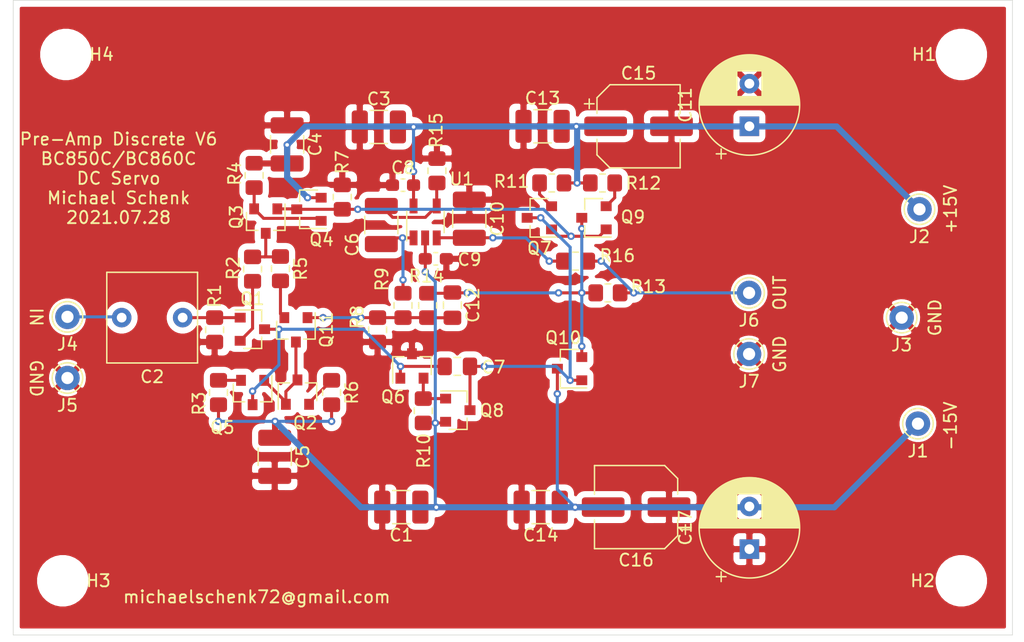
<source format=kicad_pcb>
(kicad_pcb (version 20171130) (host pcbnew "(5.1.10-0-10_14)")
  (layers (0 F.Cu signal) (31 B.Cu signal) (34 B.Paste user) (35 F.Paste user) (36 B.SilkS user) (37 F.SilkS user) (38 B.Mask user) (39 F.Mask user) (44 Edge.Cuts user))
  (net 0 "")
  (net 1 GND)
  (net 2 +15V)
  (net 3 "Net-(C2-Pad2)")
  (net 4 "Net-(C2-Pad1)")
  (net 5 -15V)
  (net 6 "Net-(C7-Pad2)")
  (net 7 "Net-(C7-Pad1)")
  (net 8 "Net-(C10-Pad2)")
  (net 9 "Net-(Q3-Pad3)")
  (net 10 "Net-(Q3-Pad2)")
  (net 11 "Net-(Q6-Pad2)")
  (net 12 "Net-(Q7-Pad2)")
  (net 13 "Net-(Q9-Pad2)")
  (net 14 "Net-(C12-Pad2)")
  (net 15 "Net-(C12-Pad1)")
  (net 16 "Net-(C6-Pad2)")
  (net 17 DCSERVO_OUT)
  (net 18 DCSERVO_IN)
  (net 19 "Net-(Q3-Pad1)")
  (net 20 "Net-(Q1-Pad2)")
  (net 21 "Net-(Q2-Pad2)")
  (net 22 "Net-(Q11-Pad3)")
  (net 23 "Net-(Q5-Pad2)")
  (net 24 "Net-(Q11-Pad2)")
  (module Capacitor_THT:CP_Radial_D8.0mm_P3.50mm (layer F.Cu) (at 182.2704 140.914 90)
    (fp_text reference C17 (at 1.75 -5.25 90) (layer F.SilkS))
    (fp_text value 220uF)
    (pad 2 thru_hole circle (at 3.5 0 90) (size 1.6 1.6) (drill 0.8) (layers *.Cu *.Mask) (net 5 -15V))
    (pad 1 thru_hole rect (at 0 0 90) (size 1.6 1.6) (drill 0.8) (layers *.Cu *.Mask) (net 1 GND))
  )
  (module Capacitor_THT:CP_Radial_D8.0mm_P3.50mm (layer F.Cu) (at 182.2704 106.2228 90)
    (fp_text reference C11 (at 1.75 -5.25 90) (layer F.SilkS))
    (fp_text value 220uF)
    (pad 2 thru_hole circle (at 3.5 0 90) (size 1.6 1.6) (drill 0.8) (layers *.Cu *.Mask) (net 1 GND))
    (pad 1 thru_hole rect (at 0 0 90) (size 1.6 1.6) (drill 0.8) (layers *.Cu *.Mask) (net 2 +15V))
  )
  (module Capacitor_SMD:CP_Elec_6.3x5.8 (layer F.Cu) (at 172.9816 137.4648 180)
    (fp_text reference C16 (at 0 -4.35) (layer F.SilkS))
    (fp_text value 10uF/25V)
    (pad 2 smd roundrect (at 2.7 0 180) (size 3.5 1.6) (layers F.Cu F.Paste F.Mask) (roundrect_rratio 0.15625) (net 5 -15V))
    (pad 1 smd roundrect (at -2.7 0 180) (size 3.5 1.6) (layers F.Cu F.Paste F.Mask) (roundrect_rratio 0.15625) (net 1 GND))
  )
  (module Capacitor_SMD:CP_Elec_6.3x5.8 (layer F.Cu) (at 173.1848 106.2228)
    (fp_text reference C15 (at 0 -4.35) (layer F.SilkS))
    (fp_text value 10uF/25V)
    (pad 2 smd roundrect (at 2.7 0) (size 3.5 1.6) (layers F.Cu F.Paste F.Mask) (roundrect_rratio 0.15625) (net 1 GND))
    (pad 1 smd roundrect (at -2.7 0) (size 3.5 1.6) (layers F.Cu F.Paste F.Mask) (roundrect_rratio 0.15625) (net 2 +15V))
  )
  (module Capacitor_SMD:C_1210_3225Metric_Pad1.33x2.70mm_HandSolder (layer F.Cu) (at 165.1631 137.4648 180)
    (fp_text reference C14 (at 0 -2.3) (layer F.SilkS))
    (fp_text value 100nF)
    (pad 2 smd roundrect (at 1.5625 0 180) (size 1.325 2.7) (layers F.Cu F.Paste F.Mask) (roundrect_rratio 0.188679) (net 1 GND))
    (pad 1 smd roundrect (at -1.5625 0 180) (size 1.325 2.7) (layers F.Cu F.Paste F.Mask) (roundrect_rratio 0.188679) (net 5 -15V))
  )
  (module Capacitor_SMD:C_1210_3225Metric_Pad1.33x2.70mm_HandSolder (layer F.Cu) (at 165.3155 106.2228)
    (fp_text reference C13 (at 0 -2.3) (layer F.SilkS))
    (fp_text value 100nF)
    (pad 2 smd roundrect (at 1.5625 0) (size 1.325 2.7) (layers F.Cu F.Paste F.Mask) (roundrect_rratio 0.188679) (net 2 +15V))
    (pad 1 smd roundrect (at -1.5625 0) (size 1.325 2.7) (layers F.Cu F.Paste F.Mask) (roundrect_rratio 0.188679) (net 1 GND))
  )
  (module Capacitor_SMD:C_1210_3225Metric_Pad1.33x2.70mm_HandSolder (layer F.Cu) (at 159.3088 113.8043 270)
    (fp_text reference C10 (at 0 -2.3 90) (layer F.SilkS))
    (fp_text value 1uF)
    (pad 2 smd roundrect (at 1.5625 0 270) (size 1.325 2.7) (layers F.Cu F.Paste F.Mask) (roundrect_rratio 0.188679) (net 8 "Net-(C10-Pad2)"))
    (pad 1 smd roundrect (at -1.5625 0 270) (size 1.325 2.7) (layers F.Cu F.Paste F.Mask) (roundrect_rratio 0.188679) (net 1 GND))
  )
  (module Capacitor_SMD:C_1210_3225Metric_Pad1.33x2.70mm_HandSolder (layer F.Cu) (at 152.0952 114.3215 90)
    (fp_text reference C6 (at -1.6041 -2.3876 90) (layer F.SilkS))
    (fp_text value 1uF)
    (pad 2 smd roundrect (at 1.5625 0 90) (size 1.325 2.7) (layers F.Cu F.Paste F.Mask) (roundrect_rratio 0.188679) (net 16 "Net-(C6-Pad2)"))
    (pad 1 smd roundrect (at -1.5625 0 90) (size 1.325 2.7) (layers F.Cu F.Paste F.Mask) (roundrect_rratio 0.188679) (net 17 DCSERVO_OUT))
  )
  (module Capacitor_SMD:C_1210_3225Metric_Pad1.33x2.70mm_HandSolder (layer F.Cu) (at 143.3576 133.3377 270)
    (fp_text reference C5 (at 0 -2.3 90) (layer F.SilkS))
    (fp_text value 100nF)
    (pad 2 smd roundrect (at 1.5625 0 270) (size 1.325 2.7) (layers F.Cu F.Paste F.Mask) (roundrect_rratio 0.188679) (net 1 GND))
    (pad 1 smd roundrect (at -1.5625 0 270) (size 1.325 2.7) (layers F.Cu F.Paste F.Mask) (roundrect_rratio 0.188679) (net 5 -15V))
  )
  (module Capacitor_SMD:C_1210_3225Metric_Pad1.33x2.70mm_HandSolder (layer F.Cu) (at 144.3736 107.7083 270)
    (fp_text reference C4 (at 0 -2.3 90) (layer F.SilkS))
    (fp_text value 100nF)
    (pad 2 smd roundrect (at 1.5625 0 270) (size 1.325 2.7) (layers F.Cu F.Paste F.Mask) (roundrect_rratio 0.188679) (net 2 +15V))
    (pad 1 smd roundrect (at -1.5625 0 270) (size 1.325 2.7) (layers F.Cu F.Paste F.Mask) (roundrect_rratio 0.188679) (net 1 GND))
  )
  (module Capacitor_SMD:C_1210_3225Metric_Pad1.33x2.70mm_HandSolder (layer F.Cu) (at 151.892 106.2736)
    (fp_text reference C3 (at 0 -2.3) (layer F.SilkS))
    (fp_text value 100nF)
    (pad 2 smd roundrect (at 1.5625 0) (size 1.325 2.7) (layers F.Cu F.Paste F.Mask) (roundrect_rratio 0.188679) (net 2 +15V))
    (pad 1 smd roundrect (at -1.5625 0) (size 1.325 2.7) (layers F.Cu F.Paste F.Mask) (roundrect_rratio 0.188679) (net 1 GND))
  )
  (module Capacitor_SMD:C_1210_3225Metric_Pad1.33x2.70mm_HandSolder (layer F.Cu) (at 153.7331 137.4648 180)
    (fp_text reference C1 (at 0 -2.3) (layer F.SilkS))
    (fp_text value 100nF)
    (pad 2 smd roundrect (at 1.5625 0 180) (size 1.325 2.7) (layers F.Cu F.Paste F.Mask) (roundrect_rratio 0.188679) (net 1 GND))
    (pad 1 smd roundrect (at -1.5625 0 180) (size 1.325 2.7) (layers F.Cu F.Paste F.Mask) (roundrect_rratio 0.188679) (net 5 -15V))
  )
  (module Package_TO_SOT_SMD:SOT-23 (layer F.Cu) (at 145.095 122.92 270)
    (fp_text reference Q11 (at 0 -2.5 90) (layer F.SilkS))
    (fp_text value BC860C)
    (pad 3 smd rect (at 1 0 270) (size 0.9 0.8) (layers F.Cu F.Paste F.Mask) (net 22 "Net-(Q11-Pad3)"))
    (pad 2 smd rect (at -1 0.95 270) (size 0.9 0.8) (layers F.Cu F.Paste F.Mask) (net 24 "Net-(Q11-Pad2)"))
    (pad 1 smd rect (at -1 -0.95 270) (size 0.9 0.8) (layers F.Cu F.Paste F.Mask) (net 14 "Net-(C12-Pad2)"))
  )
  (module Package_TO_SOT_SMD:SOT-23 (layer F.Cu) (at 145.222 128.032 90)
    (fp_text reference Q5 (at -2.905 -6.157 180) (layer F.SilkS))
    (fp_text value BC850C)
    (pad 3 smd rect (at 1 0 90) (size 0.9 0.8) (layers F.Cu F.Paste F.Mask) (net 22 "Net-(Q11-Pad3)"))
    (pad 2 smd rect (at -1 0.95 90) (size 0.9 0.8) (layers F.Cu F.Paste F.Mask) (net 23 "Net-(Q5-Pad2)"))
    (pad 1 smd rect (at -1 -0.95 90) (size 0.9 0.8) (layers F.Cu F.Paste F.Mask) (net 22 "Net-(Q11-Pad3)"))
  )
  (module Package_TO_SOT_SMD:SOT-23 (layer F.Cu) (at 141.544 128.0635 270)
    (fp_text reference Q2 (at 2.4925 -4.3155 180) (layer F.SilkS))
    (fp_text value BC850C)
    (pad 3 smd rect (at 1 0 270) (size 0.9 0.8) (layers F.Cu F.Paste F.Mask) (net 6 "Net-(C7-Pad2)"))
    (pad 2 smd rect (at -1 0.95 270) (size 0.9 0.8) (layers F.Cu F.Paste F.Mask) (net 21 "Net-(Q2-Pad2)"))
    (pad 1 smd rect (at -1 -0.95 270) (size 0.9 0.8) (layers F.Cu F.Paste F.Mask) (net 22 "Net-(Q11-Pad3)"))
  )
  (module Package_TO_SOT_SMD:SOT-23 (layer F.Cu) (at 141.5255 122.87)
    (fp_text reference Q1 (at 0 -2.5) (layer F.SilkS))
    (fp_text value BC860C)
    (pad 3 smd rect (at 1 0) (size 0.9 0.8) (layers F.Cu F.Paste F.Mask) (net 6 "Net-(C7-Pad2)"))
    (pad 2 smd rect (at -1 0.95) (size 0.9 0.8) (layers F.Cu F.Paste F.Mask) (net 20 "Net-(Q1-Pad2)"))
    (pad 1 smd rect (at -1 -0.95) (size 0.9 0.8) (layers F.Cu F.Paste F.Mask) (net 4 "Net-(C2-Pad1)"))
  )
  (module Package_TO_SOT_SMD:TSOT-23-5 (layer F.Cu) (at 155.6868 114.0695 90)
    (fp_text reference U1 (at 3.5287 3.0124 180) (layer F.SilkS))
    (fp_text value OPA188xxDBV)
    (pad 5 smd rect (at 1.31 -0.95 90) (size 1.22 0.65) (layers F.Cu F.Paste F.Mask) (net 2 +15V))
    (pad 4 smd rect (at 1.31 0.95 90) (size 1.22 0.65) (layers F.Cu F.Paste F.Mask) (net 16 "Net-(C6-Pad2)"))
    (pad 3 smd rect (at -1.31 0.95 90) (size 1.22 0.65) (layers F.Cu F.Paste F.Mask) (net 8 "Net-(C10-Pad2)"))
    (pad 2 smd rect (at -1.31 0 90) (size 1.22 0.65) (layers F.Cu F.Paste F.Mask) (net 5 -15V))
    (pad 1 smd rect (at -1.31 -0.95 90) (size 1.22 0.65) (layers F.Cu F.Paste F.Mask) (net 17 DCSERVO_OUT))
  )
  (module Resistor_SMD:R_0805_2012Metric_Pad1.20x1.40mm_HandSolder (layer F.Cu) (at 168.021 117.2845 180)
    (fp_text reference R16 (at -3.429 0.4445) (layer F.SilkS))
    (fp_text value 100k)
    (pad 2 smd roundrect (at 1 0 180) (size 1.2 1.4) (layers F.Cu F.Paste F.Mask) (roundrect_rratio 0.208333) (net 8 "Net-(C10-Pad2)"))
    (pad 1 smd roundrect (at -1 0 180) (size 1.2 1.4) (layers F.Cu F.Paste F.Mask) (roundrect_rratio 0.208333) (net 18 DCSERVO_IN))
  )
  (module Resistor_SMD:R_0805_2012Metric_Pad1.20x1.40mm_HandSolder (layer F.Cu) (at 156.6545 109.871 90)
    (fp_text reference R15 (at 3.318 -0.0635 90) (layer F.SilkS))
    (fp_text value 100k)
    (pad 2 smd roundrect (at 1 0 90) (size 1.2 1.4) (layers F.Cu F.Paste F.Mask) (roundrect_rratio 0.208333) (net 1 GND))
    (pad 1 smd roundrect (at -1 0 90) (size 1.2 1.4) (layers F.Cu F.Paste F.Mask) (roundrect_rratio 0.208333) (net 16 "Net-(C6-Pad2)"))
  )
  (module Resistor_SMD:R_0805_2012Metric_Pad1.20x1.40mm_HandSolder (layer F.Cu) (at 153.8732 120.92 270)
    (fp_text reference R14 (at -2.4036 -1.9304 180) (layer F.SilkS))
    (fp_text value 10k)
    (pad 2 smd roundrect (at 1 0 270) (size 1.2 1.4) (layers F.Cu F.Paste F.Mask) (roundrect_rratio 0.208333) (net 14 "Net-(C12-Pad2)"))
    (pad 1 smd roundrect (at -1 0 270) (size 1.2 1.4) (layers F.Cu F.Paste F.Mask) (roundrect_rratio 0.208333) (net 17 DCSERVO_OUT))
  )
  (module Resistor_SMD:R_0805_2012Metric_Pad1.20x1.40mm_HandSolder (layer F.Cu) (at 148.8948 112.03 90)
    (fp_text reference R7 (at 2.8608 0 90) (layer F.SilkS))
    (fp_text value 10k)
    (pad 2 smd roundrect (at 1 0 90) (size 1.2 1.4) (layers F.Cu F.Paste F.Mask) (roundrect_rratio 0.208333) (net 1 GND))
    (pad 1 smd roundrect (at -1 0 90) (size 1.2 1.4) (layers F.Cu F.Paste F.Mask) (roundrect_rratio 0.208333) (net 19 "Net-(Q3-Pad1)"))
  )
  (module Resistor_SMD:R_0805_2012Metric_Pad1.20x1.40mm_HandSolder (layer F.Cu) (at 141.6685 110.252 270)
    (fp_text reference R4 (at -0.143 1.5875 90) (layer F.SilkS))
    (fp_text value 150R)
    (pad 2 smd roundrect (at 1 0 270) (size 1.2 1.4) (layers F.Cu F.Paste F.Mask) (roundrect_rratio 0.208333) (net 10 "Net-(Q3-Pad2)"))
    (pad 1 smd roundrect (at -1 0 270) (size 1.2 1.4) (layers F.Cu F.Paste F.Mask) (roundrect_rratio 0.208333) (net 2 +15V))
  )
  (module Package_TO_SOT_SMD:SOT-23 (layer F.Cu) (at 146.161 113.03 180)
    (fp_text reference Q4 (at -1.032 -2.5) (layer F.SilkS))
    (fp_text value BC860C)
    (pad 3 smd rect (at 1 0 180) (size 0.9 0.8) (layers F.Cu F.Paste F.Mask) (net 19 "Net-(Q3-Pad1)"))
    (pad 2 smd rect (at -1 0.95 180) (size 0.9 0.8) (layers F.Cu F.Paste F.Mask) (net 2 +15V))
    (pad 1 smd rect (at -1 -0.95 180) (size 0.9 0.8) (layers F.Cu F.Paste F.Mask) (net 10 "Net-(Q3-Pad2)"))
  )
  (module Package_TO_SOT_SMD:SOT-23 (layer F.Cu) (at 142.621 113.9985 270)
    (fp_text reference Q3 (at -0.3335 2.413 90) (layer F.SilkS))
    (fp_text value BC860C)
    (pad 3 smd rect (at 1 0 270) (size 0.9 0.8) (layers F.Cu F.Paste F.Mask) (net 9 "Net-(Q3-Pad3)"))
    (pad 2 smd rect (at -1 0.95 270) (size 0.9 0.8) (layers F.Cu F.Paste F.Mask) (net 10 "Net-(Q3-Pad2)"))
    (pad 1 smd rect (at -1 -0.95 270) (size 0.9 0.8) (layers F.Cu F.Paste F.Mask) (net 19 "Net-(Q3-Pad1)"))
  )
  (module Connector_Pin:Pin_D1.0mm_L10.0mm (layer F.Cu) (at 194.7545 121.92)
    (fp_text reference J3 (at 0 2.25) (layer F.SilkS))
    (fp_text value Conn_01x01)
    (pad 1 thru_hole circle (at 0 0) (size 2 2) (drill 1) (layers *.Cu *.Mask) (net 1 GND))
  )
  (module Connector_Pin:Pin_D1.0mm_L10.0mm (layer F.Cu) (at 196.215 113.03)
    (fp_text reference J2 (at 0 2.25) (layer F.SilkS))
    (fp_text value Conn_01x01)
    (pad 1 thru_hole circle (at 0 0) (size 2 2) (drill 1) (layers *.Cu *.Mask) (net 2 +15V))
  )
  (module Connector_Pin:Pin_D1.0mm_L10.0mm (layer F.Cu) (at 196.088 130.6195)
    (fp_text reference J1 (at 0 2.25) (layer F.SilkS))
    (fp_text value Conn_01x01)
    (pad 1 thru_hole circle (at 0 0) (size 2 2) (drill 1) (layers *.Cu *.Mask) (net 5 -15V))
  )
  (module Capacitor_SMD:C_0603_1608Metric_Pad1.08x0.95mm_HandSolder (layer F.Cu) (at 156.5645 117.094 180)
    (fp_text reference C9 (at -2.7675 -0.0635) (layer F.SilkS))
    (fp_text value 100nF)
    (pad 2 smd roundrect (at 0.8625 0 180) (size 1.075 0.95) (layers F.Cu F.Paste F.Mask) (net 5 -15V))
    (pad 1 smd roundrect (at -0.8625 0 180) (size 1.075 0.95) (layers F.Cu F.Paste F.Mask) (net 1 GND))
  )
  (module Capacitor_SMD:C_0603_1608Metric_Pad1.08x0.95mm_HandSolder (layer F.Cu) (at 153.8743 111.0488)
    (fp_text reference C8 (at 0 -1.43) (layer F.SilkS))
    (fp_text value 100nF)
    (pad 2 smd roundrect (at 0.8625 0) (size 1.075 0.95) (layers F.Cu F.Paste F.Mask) (net 2 +15V))
    (pad 1 smd roundrect (at -0.8625 0) (size 1.075 0.95) (layers F.Cu F.Paste F.Mask) (net 1 GND))
  )
  (module Connector_Pin:Pin_D1.0mm_L10.0mm (layer F.Cu) (at 182.245 124.9045)
    (fp_text reference J7 (at 0 2.25) (layer F.SilkS))
    (fp_text value Conn_01x01)
    (pad 1 thru_hole circle (at 0 0) (size 2 2) (drill 1) (layers *.Cu *.Mask) (net 1 GND))
  )
  (module Connector_Pin:Pin_D1.0mm_L10.0mm (layer F.Cu) (at 182.245 119.888)
    (fp_text reference J6 (at 0 2.25) (layer F.SilkS))
    (fp_text value Conn_01x01)
    (pad 1 thru_hole circle (at 0 0) (size 2 2) (drill 1) (layers *.Cu *.Mask) (net 18 DCSERVO_IN))
  )
  (module Connector_Pin:Pin_D1.0mm_L10.0mm (layer F.Cu) (at 126.365 126.873)
    (fp_text reference J5 (at 0 2.25) (layer F.SilkS))
    (fp_text value Conn_01x01)
    (pad 1 thru_hole circle (at 0 0) (size 2 2) (drill 1) (layers *.Cu *.Mask) (net 1 GND))
  )
  (module Connector_Pin:Pin_D1.0mm_L10.0mm (layer F.Cu) (at 126.365 121.8565)
    (fp_text reference J4 (at 0 2.25) (layer F.SilkS))
    (fp_text value Conn_01x01)
    (pad 1 thru_hole circle (at 0 0) (size 2 2) (drill 1) (layers *.Cu *.Mask) (net 3 "Net-(C2-Pad2)"))
  )
  (module Package_TO_SOT_SMD:SOT-23 (layer F.Cu) (at 167.529 126.1085 180)
    (fp_text reference Q10 (at 0.524 2.5375) (layer F.SilkS))
    (fp_text value BC860C)
    (pad 3 smd rect (at 1 0 180) (size 0.9 0.8) (layers F.Cu F.Paste F.Mask) (net 5 -15V))
    (pad 2 smd rect (at -1 0.95 180) (size 0.9 0.8) (layers F.Cu F.Paste F.Mask) (net 15 "Net-(C12-Pad1)"))
    (pad 1 smd rect (at -1 -0.95 180) (size 0.9 0.8) (layers F.Cu F.Paste F.Mask) (net 7 "Net-(C7-Pad1)"))
  )
  (module Capacitor_SMD:C_0805_2012Metric_Pad1.18x1.45mm_HandSolder (layer F.Cu) (at 158.327 125.9205 180)
    (fp_text reference C7 (at -2.963 -0.0635) (layer F.SilkS))
    (fp_text value 270pF)
    (pad 2 smd roundrect (at 1.0375 0 180) (size 1.175 1.45) (layers F.Cu F.Paste F.Mask) (roundrect_rratio 0.2127659574468085) (net 6 "Net-(C7-Pad2)"))
    (pad 1 smd roundrect (at -1.0375 0 180) (size 1.175 1.45) (layers F.Cu F.Paste F.Mask) (roundrect_rratio 0.2127659574468085) (net 7 "Net-(C7-Pad1)"))
  )
  (module Capacitor_SMD:C_0805_2012Metric_Pad1.18x1.45mm_HandSolder (layer F.Cu) (at 157.9245 120.8952 270)
    (fp_text reference C12 (at 0 -1.68 90) (layer F.SilkS))
    (fp_text value 4.7pF)
    (pad 2 smd roundrect (at 1.0375 0 270) (size 1.175 1.45) (layers F.Cu F.Paste F.Mask) (roundrect_rratio 0.2127659574468085) (net 14 "Net-(C12-Pad2)"))
    (pad 1 smd roundrect (at -1.0375 0 270) (size 1.175 1.45) (layers F.Cu F.Paste F.Mask) (roundrect_rratio 0.2127659574468085) (net 15 "Net-(C12-Pad1)"))
  )
  (module Package_TO_SOT_SMD:SOT-23 (layer F.Cu) (at 169.529 113.7285 180)
    (fp_text reference Q9 (at -3.191 0.0635) (layer F.SilkS))
    (fp_text value BC860C)
    (pad 1 smd rect (at -1 -0.95 180) (size 0.9 0.8) (layers F.Cu F.Paste F.Mask) (net 19 "Net-(Q3-Pad1)"))
    (pad 2 smd rect (at -1 0.95 180) (size 0.9 0.8) (layers F.Cu F.Paste F.Mask) (net 13 "Net-(Q9-Pad2)"))
    (pad 3 smd rect (at 1 0 180) (size 0.9 0.8) (layers F.Cu F.Paste F.Mask) (net 15 "Net-(C12-Pad1)"))
  )
  (module Resistor_SMD:R_0805_2012Metric_Pad1.20x1.40mm_HandSolder (layer F.Cu) (at 138.43 122.92 270)
    (fp_text reference R1 (at -2.778 0 90) (layer F.SilkS))
    (fp_text value 10k)
    (pad 2 smd roundrect (at 1 0 270) (size 1.2 1.4) (layers F.Cu F.Paste F.Mask) (roundrect_rratio 0.2083325) (net 1 GND))
    (pad 1 smd roundrect (at -1 0 270) (size 1.2 1.4) (layers F.Cu F.Paste F.Mask) (roundrect_rratio 0.2083325) (net 4 "Net-(C2-Pad1)"))
  )
  (module Resistor_SMD:R_0805_2012Metric_Pad1.20x1.40mm_HandSolder (layer F.Cu) (at 170.672 119.888 180)
    (fp_text reference R13 (at -3.318 0.508) (layer F.SilkS))
    (fp_text value 47R)
    (pad 2 smd roundrect (at 1 0 180) (size 1.2 1.4) (layers F.Cu F.Paste F.Mask) (roundrect_rratio 0.2083325) (net 15 "Net-(C12-Pad1)"))
    (pad 1 smd roundrect (at -1 0 180) (size 1.2 1.4) (layers F.Cu F.Paste F.Mask) (roundrect_rratio 0.2083325) (net 18 DCSERVO_IN))
  )
  (module Resistor_SMD:R_0805_2012Metric_Pad1.20x1.40mm_HandSolder (layer F.Cu) (at 170.2275 110.871)
    (fp_text reference R12 (at 3.3561 0.0254) (layer F.SilkS))
    (fp_text value 100R)
    (pad 2 smd roundrect (at 1 0) (size 1.2 1.4) (layers F.Cu F.Paste F.Mask) (roundrect_rratio 0.2083325) (net 13 "Net-(Q9-Pad2)"))
    (pad 1 smd roundrect (at -1 0) (size 1.2 1.4) (layers F.Cu F.Paste F.Mask) (roundrect_rratio 0.2083325) (net 2 +15V))
  )
  (module Resistor_SMD:R_0805_2012Metric_Pad1.20x1.40mm_HandSolder (layer F.Cu) (at 166.0685 110.871 180)
    (fp_text reference R11 (at 3.3053 0.127) (layer F.SilkS))
    (fp_text value 100R)
    (pad 2 smd roundrect (at 1 0 180) (size 1.2 1.4) (layers F.Cu F.Paste F.Mask) (roundrect_rratio 0.2083325) (net 12 "Net-(Q7-Pad2)"))
    (pad 1 smd roundrect (at -1 0 180) (size 1.2 1.4) (layers F.Cu F.Paste F.Mask) (roundrect_rratio 0.2083325) (net 2 +15V))
  )
  (module Resistor_SMD:R_0805_2012Metric_Pad1.20x1.40mm_HandSolder (layer F.Cu) (at 155.5369 129.5621 270)
    (fp_text reference R10 (at 3.2799 -0.0381 90) (layer F.SilkS))
    (fp_text value 2k2)
    (pad 2 smd roundrect (at 1 0 270) (size 1.2 1.4) (layers F.Cu F.Paste F.Mask) (roundrect_rratio 0.2083325) (net 5 -15V))
    (pad 1 smd roundrect (at -1 0 270) (size 1.2 1.4) (layers F.Cu F.Paste F.Mask) (roundrect_rratio 0.2083325) (net 11 "Net-(Q6-Pad2)"))
  )
  (module Resistor_SMD:R_0805_2012Metric_Pad1.20x1.40mm_HandSolder (layer F.Cu) (at 155.8925 120.92 270)
    (fp_text reference R9 (at -2.1496 3.7465 90) (layer F.SilkS))
    (fp_text value 10k)
    (pad 2 smd roundrect (at 1 0 270) (size 1.2 1.4) (layers F.Cu F.Paste F.Mask) (roundrect_rratio 0.2083325) (net 14 "Net-(C12-Pad2)"))
    (pad 1 smd roundrect (at -1 0 270) (size 1.2 1.4) (layers F.Cu F.Paste F.Mask) (roundrect_rratio 0.2083325) (net 15 "Net-(C12-Pad1)"))
  )
  (module Resistor_SMD:R_0805_2012Metric_Pad1.20x1.40mm_HandSolder (layer F.Cu) (at 151.7904 122.92 270)
    (fp_text reference R8 (at -1.0508 1.6764 90) (layer F.SilkS))
    (fp_text value 10k)
    (pad 2 smd roundrect (at 1 0 270) (size 1.2 1.4) (layers F.Cu F.Paste F.Mask) (roundrect_rratio 0.2083325) (net 1 GND))
    (pad 1 smd roundrect (at -1 0 270) (size 1.2 1.4) (layers F.Cu F.Paste F.Mask) (roundrect_rratio 0.2083325) (net 14 "Net-(C12-Pad2)"))
  )
  (module Resistor_SMD:R_0805_2012Metric_Pad1.20x1.40mm_HandSolder (layer F.Cu) (at 148.0185 128.0635 270)
    (fp_text reference R6 (at 0 -1.65 90) (layer F.SilkS))
    (fp_text value 68)
    (pad 2 smd roundrect (at 1 0 270) (size 1.2 1.4) (layers F.Cu F.Paste F.Mask) (roundrect_rratio 0.2083325) (net 5 -15V))
    (pad 1 smd roundrect (at -1 0 270) (size 1.2 1.4) (layers F.Cu F.Paste F.Mask) (roundrect_rratio 0.2083325) (net 23 "Net-(Q5-Pad2)"))
  )
  (module Resistor_SMD:R_0805_2012Metric_Pad1.20x1.40mm_HandSolder (layer F.Cu) (at 143.8275 117.9035 270)
    (fp_text reference R5 (at 0 -1.65 90) (layer F.SilkS))
    (fp_text value 100R)
    (pad 2 smd roundrect (at 1 0 270) (size 1.2 1.4) (layers F.Cu F.Paste F.Mask) (roundrect_rratio 0.2083325) (net 24 "Net-(Q11-Pad2)"))
    (pad 1 smd roundrect (at -1 0 270) (size 1.2 1.4) (layers F.Cu F.Paste F.Mask) (roundrect_rratio 0.2083325) (net 9 "Net-(Q3-Pad3)"))
  )
  (module Resistor_SMD:R_0805_2012Metric_Pad1.20x1.40mm_HandSolder (layer F.Cu) (at 138.7475 128.0635 270)
    (fp_text reference R3 (at 0.905 1.5875 90) (layer F.SilkS))
    (fp_text value 68)
    (pad 2 smd roundrect (at 1 0 270) (size 1.2 1.4) (layers F.Cu F.Paste F.Mask) (roundrect_rratio 0.2083325) (net 5 -15V))
    (pad 1 smd roundrect (at -1 0 270) (size 1.2 1.4) (layers F.Cu F.Paste F.Mask) (roundrect_rratio 0.2083325) (net 21 "Net-(Q2-Pad2)"))
  )
  (module Resistor_SMD:R_0805_2012Metric_Pad1.20x1.40mm_HandSolder (layer F.Cu) (at 141.5415 117.9355 270)
    (fp_text reference R2 (at -0.0795 1.5875 90) (layer F.SilkS))
    (fp_text value 100R)
    (pad 2 smd roundrect (at 1 0 270) (size 1.2 1.4) (layers F.Cu F.Paste F.Mask) (roundrect_rratio 0.2083325) (net 20 "Net-(Q1-Pad2)"))
    (pad 1 smd roundrect (at -1 0 270) (size 1.2 1.4) (layers F.Cu F.Paste F.Mask) (roundrect_rratio 0.2083325) (net 9 "Net-(Q3-Pad3)"))
  )
  (module Package_TO_SOT_SMD:SOT-23 (layer F.Cu) (at 158.3657 129.5121)
    (fp_text reference Q8 (at 2.7973 0.0279) (layer F.SilkS))
    (fp_text value BC850C)
    (pad 3 smd rect (at 1 0) (size 0.9 0.8) (layers F.Cu F.Paste F.Mask) (net 7 "Net-(C7-Pad1)"))
    (pad 2 smd rect (at -1 0.95) (size 0.9 0.8) (layers F.Cu F.Paste F.Mask) (net 5 -15V))
    (pad 1 smd rect (at -1 -0.95) (size 0.9 0.8) (layers F.Cu F.Paste F.Mask) (net 11 "Net-(Q6-Pad2)"))
  )
  (module Package_TO_SOT_SMD:SOT-23 (layer F.Cu) (at 165.0525 113.731 180)
    (fp_text reference Q7 (at 0 -2.5) (layer F.SilkS))
    (fp_text value BC860C)
    (pad 3 smd rect (at 1 0 180) (size 0.9 0.8) (layers F.Cu F.Paste F.Mask) (net 7 "Net-(C7-Pad1)"))
    (pad 2 smd rect (at -1 0.95 180) (size 0.9 0.8) (layers F.Cu F.Paste F.Mask) (net 12 "Net-(Q7-Pad2)"))
    (pad 1 smd rect (at -1 -0.95 180) (size 0.9 0.8) (layers F.Cu F.Paste F.Mask) (net 19 "Net-(Q3-Pad1)"))
  )
  (module Package_TO_SOT_SMD:SOT-23 (layer F.Cu) (at 154.6073 125.8857 90)
    (fp_text reference Q6 (at -2.5367 -1.5469 180) (layer F.SilkS))
    (fp_text value BC850C)
    (pad 3 smd rect (at 1 0 90) (size 0.9 0.8) (layers F.Cu F.Paste F.Mask) (net 1 GND))
    (pad 2 smd rect (at -1 0.95 90) (size 0.9 0.8) (layers F.Cu F.Paste F.Mask) (net 11 "Net-(Q6-Pad2)"))
    (pad 1 smd rect (at -1 -0.95 90) (size 0.9 0.8) (layers F.Cu F.Paste F.Mask) (net 6 "Net-(C7-Pad2)"))
  )
  (module MountingHole:MountingHole_3.2mm_M3 (layer F.Cu) (at 126.238 100.33)
    (fp_text reference H4 (at 2.921 0) (layer F.SilkS))
    (fp_text value MountingHole)
    (pad 1 np_thru_hole circle (at 0 0) (size 3.2 3.2) (drill 3.2) (layers *.Cu *.Mask))
  )
  (module MountingHole:MountingHole_3.2mm_M3 (layer F.Cu) (at 125.984 143.51)
    (fp_text reference H3 (at 2.921 0) (layer F.SilkS))
    (fp_text value MountingHole)
    (pad 1 np_thru_hole circle (at 0 0) (size 3.2 3.2) (drill 3.2) (layers *.Cu *.Mask))
  )
  (module MountingHole:MountingHole_3.2mm_M3 (layer F.Cu) (at 199.644 143.51)
    (fp_text reference H2 (at -3.175 0) (layer F.SilkS))
    (fp_text value MountingHole)
    (pad 1 np_thru_hole circle (at 0 0) (size 3.2 3.2) (drill 3.2) (layers *.Cu *.Mask))
  )
  (module MountingHole:MountingHole_3.2mm_M3 (layer F.Cu) (at 199.644 100.33)
    (fp_text reference H1 (at -3.048 0) (layer F.SilkS))
    (fp_text value MountingHole)
    (pad 1 np_thru_hole circle (at 0 0) (size 3.2 3.2) (drill 3.2) (layers *.Cu *.Mask))
  )
  (module Capacitor_THT:C_Rect_L7.2mm_W7.2mm_P5.00mm_FKS2_FKP2_MKS2_MKP2 (layer F.Cu) (at 135.81 121.92 180)
    (fp_text reference C2 (at 2.5 -4.85) (layer F.SilkS))
    (fp_text value 2.2uF)
    (pad 2 thru_hole circle (at 5 0 180) (size 1.6 1.6) (drill 0.8) (layers *.Cu *.Mask) (net 3 "Net-(C2-Pad2)"))
    (pad 1 thru_hole circle (at 0 0 180) (size 1.6 1.6) (drill 0.8) (layers *.Cu *.Mask) (net 4 "Net-(C2-Pad1)"))
  )
  (gr_text GND (at 197.485 121.92 90) (layer F.SilkS) (effects (font (size 1 1))))
  (gr_text michaelschenk72@gmail.com (at 141.8844 144.8308) (layer F.SilkS) (effects (font (size 1 1))))
  (gr_text "Pre-Amp Discrete V6\nBC850C/BC860C\nDC Servo\nMichael Schenk\n2021.07.28" (at 130.556 110.49) (layer F.SilkS) (effects (font (size 1 1))))
  (gr_line (start 203.835 95.885) (end 121.92 95.885) (layer Edge.Cuts) (width 0.05))
  (gr_line (start 203.835 147.955) (end 203.835 95.885) (layer Edge.Cuts) (width 0.05))
  (gr_line (start 121.92 147.955) (end 203.835 147.955) (layer Edge.Cuts) (width 0.05))
  (gr_line (start 121.92 96.52) (end 121.92 147.955) (layer Edge.Cuts) (width 0.05))
  (gr_line (start 121.92 95.885) (end 121.92 96.52) (layer Edge.Cuts) (width 0.05))
  (gr_text GND (at 184.7596 124.9172 90) (layer F.SilkS) (effects (font (size 1 1))))
  (gr_text OUT (at 184.7596 119.888 90) (layer F.SilkS) (effects (font (size 1 1))))
  (gr_text GND (at 123.7996 126.8984 270) (layer F.SilkS) (effects (font (size 1 1))))
  (gr_text IN (at 123.7996 121.8692 270) (layer F.SilkS) (effects (font (size 1 1))))
  (gr_text -15V (at 198.755 130.81 90) (layer F.SilkS) (effects (font (size 1 1))))
  (gr_text +15V (at 198.755 113.03 90) (layer F.SilkS) (effects (font (size 1 1))))
  (via (at 146.05 112.0775) (size 0.6) (drill 0.3) (layers F.Cu B.Cu) (net 2))
  (segment (start 146.0525 112.08) (end 146.05 112.0775) (width 0.25) (layer F.Cu) (net 2))
  (segment (start 147.161 112.08) (end 146.0525 112.08) (width 0.25) (layer F.Cu) (net 2))
  (segment (start 189.4205 106.2355) (end 196.215 113.03) (width 0.5) (layer B.Cu) (net 2))
  (segment (start 174.4345 106.2355) (end 189.4205 106.2355) (width 0.5) (layer B.Cu) (net 2))
  (segment (start 141.7 109.2835) (end 141.6685 109.252) (width 0.25) (layer F.Cu) (net 2))
  (segment (start 167.0685 110.871) (end 168.148 110.871) (width 0.25) (layer F.Cu) (net 2))
  (segment (start 168.148 110.871) (end 169.2275 110.871) (width 0.25) (layer F.Cu) (net 2))
  (via (at 168.148 110.871) (size 0.6) (drill 0.3) (layers F.Cu B.Cu) (net 2))
  (segment (start 174.4345 106.2355) (end 168.2369 106.2355) (width 0.5) (layer B.Cu) (net 2))
  (segment (start 168.2369 106.2355) (end 168.0845 106.2355) (width 0.5) (layer B.Cu) (net 2))
  (segment (start 168.148 106.3244) (end 168.2369 106.2355) (width 0.5) (layer B.Cu) (net 2))
  (segment (start 168.148 110.871) (end 168.148 106.3244) (width 0.5) (layer B.Cu) (net 2))
  (via (at 168.0845 106.2355) (size 0.6) (drill 0.3) (layers F.Cu B.Cu) (net 2))
  (segment (start 170.4721 106.2355) (end 170.4848 106.2228) (width 0.5) (layer F.Cu) (net 2))
  (segment (start 168.0845 106.2355) (end 170.4721 106.2355) (width 0.5) (layer F.Cu) (net 2))
  (segment (start 166.8907 106.2355) (end 166.878 106.2228) (width 0.5) (layer F.Cu) (net 2))
  (segment (start 168.0845 106.2355) (end 166.8907 106.2355) (width 0.5) (layer F.Cu) (net 2))
  (segment (start 141.6873 109.2708) (end 141.6685 109.252) (width 0.5) (layer F.Cu) (net 2))
  (segment (start 144.3736 109.2708) (end 141.6873 109.2708) (width 0.5) (layer F.Cu) (net 2))
  (via (at 144.3736 107.7468) (size 0.6) (drill 0.3) (layers F.Cu B.Cu) (net 2))
  (segment (start 144.3736 109.2708) (end 144.3736 107.7468) (width 0.5) (layer F.Cu) (net 2))
  (segment (start 144.3736 110.4011) (end 146.05 112.0775) (width 0.5) (layer B.Cu) (net 2))
  (segment (start 144.3736 107.7468) (end 144.3736 110.4011) (width 0.5) (layer B.Cu) (net 2))
  (segment (start 145.8849 106.2355) (end 144.3736 107.7468) (width 0.5) (layer B.Cu) (net 2))
  (segment (start 154.7368 112.7595) (end 154.7368 111.0488) (width 0.25) (layer F.Cu) (net 2))
  (via (at 154.7368 109.9312) (size 0.6) (drill 0.3) (layers F.Cu B.Cu) (net 2))
  (segment (start 154.7368 111.0488) (end 154.7368 109.9312) (width 0.25) (layer F.Cu) (net 2))
  (segment (start 154.7368 106.2482) (end 154.7495 106.2355) (width 0.25) (layer B.Cu) (net 2))
  (segment (start 154.7368 109.9312) (end 154.7368 106.2736) (width 0.25) (layer B.Cu) (net 2))
  (segment (start 154.7495 106.2355) (end 145.8849 106.2355) (width 0.5) (layer B.Cu) (net 2))
  (segment (start 168.0845 106.2355) (end 154.7495 106.2355) (width 0.5) (layer B.Cu) (net 2))
  (segment (start 154.7368 106.2736) (end 154.7368 106.2482) (width 0.25) (layer B.Cu) (net 2))
  (via (at 154.7368 106.2736) (size 0.6) (drill 0.3) (layers F.Cu B.Cu) (net 2))
  (segment (start 153.4545 106.2736) (end 154.7368 106.2736) (width 0.5) (layer F.Cu) (net 2))
  (segment (start 130.7465 121.8565) (end 130.81 121.92) (width 0.25) (layer B.Cu) (net 3))
  (segment (start 126.365 121.8565) (end 130.7465 121.8565) (width 0.25) (layer B.Cu) (net 3))
  (segment (start 135.81 121.92) (end 138.43 121.92) (width 0.25) (layer F.Cu) (net 4))
  (segment (start 140.5255 121.92) (end 138.43 121.92) (width 0.25) (layer F.Cu) (net 4))
  (segment (start 157.2657 130.5621) (end 157.3657 130.4621) (width 0.25) (layer F.Cu) (net 5))
  (segment (start 155.5369 130.5621) (end 156.5214 130.5621) (width 0.25) (layer F.Cu) (net 5))
  (segment (start 156.5214 130.5621) (end 157.2657 130.5621) (width 0.25) (layer F.Cu) (net 5))
  (via (at 156.5214 130.5621) (size 0.6) (drill 0.3) (layers F.Cu B.Cu) (net 5))
  (via (at 148.0185 130.429) (size 0.6) (drill 0.3) (layers F.Cu B.Cu) (net 5))
  (segment (start 148.0185 129.0635) (end 148.0185 130.429) (width 0.25) (layer F.Cu) (net 5))
  (via (at 138.7475 130.429) (size 0.6) (drill 0.3) (layers F.Cu B.Cu) (net 5))
  (segment (start 138.7475 130.429) (end 138.7475 129.0635) (width 0.25) (layer F.Cu) (net 5))
  (segment (start 148.0185 130.429) (end 143.383 130.429) (width 0.25) (layer B.Cu) (net 5))
  (segment (start 143.383 130.429) (end 138.7475 130.429) (width 0.25) (layer B.Cu) (net 5))
  (via (at 143.383 130.429) (size 0.6) (drill 0.3) (layers F.Cu B.Cu) (net 5))
  (segment (start 143.3195 130.4925) (end 143.383 130.429) (width 0.25) (layer F.Cu) (net 5))
  (segment (start 189.23 137.4775) (end 167.9829 137.4775) (width 0.5) (layer B.Cu) (net 5))
  (segment (start 189.23 137.4775) (end 196.088 130.6195) (width 0.5) (layer B.Cu) (net 5))
  (segment (start 155.702 115.3947) (end 155.6868 115.3795) (width 0.25) (layer F.Cu) (net 5))
  (segment (start 155.702 117.094) (end 155.702 115.3947) (width 0.25) (layer F.Cu) (net 5))
  (via (at 155.702 118.1608) (size 0.6) (drill 0.3) (layers F.Cu B.Cu) (net 5))
  (segment (start 156.5214 118.9802) (end 155.702 118.1608) (width 0.25) (layer B.Cu) (net 5))
  (segment (start 156.5214 130.5621) (end 156.5214 118.9802) (width 0.25) (layer B.Cu) (net 5))
  (segment (start 155.702 118.1608) (end 155.702 117.094) (width 0.25) (layer F.Cu) (net 5))
  (segment (start 166.7256 137.4648) (end 170.2816 137.4648) (width 0.5) (layer F.Cu) (net 5))
  (via (at 167.9829 137.4775) (size 0.6) (drill 0.3) (layers F.Cu B.Cu) (net 5))
  (via (at 166.5224 128.1684) (size 0.6) (drill 0.3) (layers F.Cu B.Cu) (net 5))
  (segment (start 166.529 128.1618) (end 166.5224 128.1684) (width 0.25) (layer F.Cu) (net 5))
  (segment (start 166.529 126.1085) (end 166.529 128.1618) (width 0.25) (layer F.Cu) (net 5))
  (segment (start 166.5224 136.017) (end 167.9829 137.4775) (width 0.25) (layer B.Cu) (net 5))
  (segment (start 166.5224 128.1684) (end 166.5224 136.017) (width 0.25) (layer B.Cu) (net 5))
  (segment (start 156.5214 130.5621) (end 156.5214 137.3952) (width 0.25) (layer B.Cu) (net 5))
  (segment (start 156.5214 137.3952) (end 156.6037 137.4775) (width 0.25) (layer B.Cu) (net 5))
  (segment (start 167.9829 137.4775) (end 156.6037 137.4775) (width 0.5) (layer B.Cu) (net 5))
  (via (at 156.6037 137.4775) (size 0.6) (drill 0.3) (layers F.Cu B.Cu) (net 5))
  (segment (start 156.591 137.4648) (end 156.6037 137.4775) (width 0.5) (layer F.Cu) (net 5))
  (segment (start 155.2956 137.4648) (end 156.591 137.4648) (width 0.5) (layer F.Cu) (net 5))
  (segment (start 143.383 131.7498) (end 143.3576 131.7752) (width 0.5) (layer F.Cu) (net 5))
  (segment (start 143.383 130.429) (end 143.383 131.7498) (width 0.5) (layer F.Cu) (net 5))
  (segment (start 150.4315 137.4775) (end 143.383 130.429) (width 0.5) (layer B.Cu) (net 5))
  (segment (start 156.6037 137.4775) (end 150.4315 137.4775) (width 0.5) (layer B.Cu) (net 5))
  (via (at 153.67 125.9205) (size 0.6) (drill 0.3) (layers F.Cu B.Cu) (net 6))
  (segment (start 153.6573 125.9332) (end 153.67 125.9205) (width 0.25) (layer F.Cu) (net 6))
  (segment (start 153.6573 126.8857) (end 153.6573 125.9332) (width 0.25) (layer F.Cu) (net 6))
  (segment (start 153.67 125.9205) (end 157.2895 125.9205) (width 0.25) (layer F.Cu) (net 6))
  (segment (start 153.67 125.9205) (end 150.622 122.8725) (width 0.25) (layer B.Cu) (net 6))
  (via (at 143.7005 122.8725) (size 0.6) (drill 0.3) (layers F.Cu B.Cu) (net 6))
  (segment (start 150.622 122.8725) (end 143.7005 122.8725) (width 0.25) (layer B.Cu) (net 6))
  (segment (start 142.528 122.8725) (end 142.5255 122.87) (width 0.25) (layer F.Cu) (net 6))
  (segment (start 143.7005 122.8725) (end 142.528 122.8725) (width 0.25) (layer F.Cu) (net 6))
  (via (at 141.5415 127.9525) (size 0.6) (drill 0.3) (layers F.Cu B.Cu) (net 6))
  (segment (start 141.544 127.955) (end 141.5415 127.9525) (width 0.25) (layer F.Cu) (net 6))
  (segment (start 141.544 129.0635) (end 141.544 127.955) (width 0.25) (layer F.Cu) (net 6))
  (segment (start 143.7005 125.7935) (end 143.7005 122.8725) (width 0.25) (layer B.Cu) (net 6))
  (segment (start 141.5415 127.9525) (end 143.7005 125.7935) (width 0.25) (layer B.Cu) (net 6))
  (segment (start 159.3657 125.9217) (end 159.3645 125.9205) (width 0.25) (layer F.Cu) (net 7))
  (segment (start 159.3657 129.5121) (end 159.3657 125.9217) (width 0.25) (layer F.Cu) (net 7))
  (via (at 167.5765 127.0635) (size 0.6) (drill 0.3) (layers F.Cu B.Cu) (net 7))
  (segment (start 167.5815 127.0585) (end 167.5765 127.0635) (width 0.25) (layer F.Cu) (net 7))
  (segment (start 168.529 127.0585) (end 167.5815 127.0585) (width 0.25) (layer F.Cu) (net 7))
  (via (at 160.528 125.9205) (size 0.6) (drill 0.3) (layers F.Cu B.Cu) (net 7))
  (segment (start 166.4335 125.9205) (end 160.528 125.9205) (width 0.25) (layer B.Cu) (net 7))
  (segment (start 167.5765 127.0635) (end 166.4335 125.9205) (width 0.25) (layer B.Cu) (net 7))
  (segment (start 160.528 125.9205) (end 159.3645 125.9205) (width 0.25) (layer F.Cu) (net 7))
  (via (at 165.1635 113.7285) (size 0.6) (drill 0.3) (layers F.Cu B.Cu) (net 7))
  (segment (start 167.5765 116.1415) (end 165.1635 113.7285) (width 0.25) (layer B.Cu) (net 7))
  (segment (start 167.5765 127.0635) (end 167.5765 116.1415) (width 0.25) (layer B.Cu) (net 7))
  (segment (start 164.055 113.7285) (end 164.0525 113.731) (width 0.25) (layer F.Cu) (net 7))
  (segment (start 165.1635 113.7285) (end 164.055 113.7285) (width 0.25) (layer F.Cu) (net 7))
  (via (at 165.862 117.2845) (size 0.6) (drill 0.3) (layers F.Cu B.Cu) (net 8))
  (segment (start 167.021 117.2845) (end 165.862 117.2845) (width 0.25) (layer F.Cu) (net 8))
  (segment (start 165.862 117.2845) (end 163.957 115.3795) (width 0.25) (layer B.Cu) (net 8))
  (via (at 161.2392 115.3668) (size 0.6) (drill 0.3) (layers F.Cu B.Cu) (net 8))
  (segment (start 161.2519 115.3795) (end 161.2392 115.3668) (width 0.25) (layer B.Cu) (net 8))
  (segment (start 163.957 115.3795) (end 161.2519 115.3795) (width 0.25) (layer B.Cu) (net 8))
  (segment (start 161.2392 115.3668) (end 159.3088 115.3668) (width 0.25) (layer F.Cu) (net 8))
  (segment (start 156.6495 115.3668) (end 156.6368 115.3795) (width 0.25) (layer F.Cu) (net 8))
  (segment (start 159.3088 115.3668) (end 156.6495 115.3668) (width 0.25) (layer F.Cu) (net 8))
  (segment (start 143.7955 116.9355) (end 143.8275 116.9035) (width 0.25) (layer F.Cu) (net 9))
  (segment (start 142.621 114.9985) (end 142.621 116.84) (width 0.25) (layer F.Cu) (net 9))
  (segment (start 142.621 116.84) (end 142.5255 116.9355) (width 0.25) (layer F.Cu) (net 9))
  (segment (start 142.5255 116.9355) (end 143.7955 116.9355) (width 0.25) (layer F.Cu) (net 9))
  (segment (start 141.5415 116.9355) (end 142.5255 116.9355) (width 0.25) (layer F.Cu) (net 9))
  (segment (start 146.954501 113.773501) (end 147.161 113.98) (width 0.25) (layer F.Cu) (net 10))
  (segment (start 142.446001 113.773501) (end 146.954501 113.773501) (width 0.25) (layer F.Cu) (net 10))
  (segment (start 141.671 112.9985) (end 142.446001 113.773501) (width 0.25) (layer F.Cu) (net 10))
  (segment (start 141.671 111.2545) (end 141.6685 111.252) (width 0.25) (layer F.Cu) (net 10))
  (segment (start 141.671 112.9985) (end 141.671 111.2545) (width 0.25) (layer F.Cu) (net 10))
  (segment (start 155.5369 126.9061) (end 155.5573 126.8857) (width 0.25) (layer F.Cu) (net 11))
  (segment (start 155.5369 128.5621) (end 155.5369 126.9061) (width 0.25) (layer F.Cu) (net 11))
  (segment (start 155.5369 128.5621) (end 157.3657 128.5621) (width 0.25) (layer F.Cu) (net 11))
  (segment (start 165.0685 111.797) (end 166.0525 112.781) (width 0.25) (layer F.Cu) (net 12))
  (segment (start 165.0685 110.871) (end 165.0685 111.797) (width 0.25) (layer F.Cu) (net 12))
  (segment (start 171.2275 112.08) (end 170.529 112.7785) (width 0.25) (layer F.Cu) (net 13))
  (segment (start 171.2275 110.871) (end 171.2275 112.08) (width 0.25) (layer F.Cu) (net 13))
  (segment (start 158.308 121.981) (end 158.3563 121.9327) (width 0.25) (layer F.Cu) (net 14))
  (segment (start 155.9052 121.9327) (end 155.8925 121.92) (width 0.25) (layer F.Cu) (net 14))
  (segment (start 157.9245 121.9327) (end 155.9052 121.9327) (width 0.25) (layer F.Cu) (net 14))
  (via (at 147.32 121.92) (size 0.6) (drill 0.3) (layers F.Cu B.Cu) (net 14))
  (segment (start 147.32 121.92) (end 146.045 121.92) (width 0.25) (layer F.Cu) (net 14))
  (segment (start 155.8925 121.92) (end 153.8732 121.92) (width 0.25) (layer F.Cu) (net 14))
  (segment (start 153.8732 121.92) (end 151.7904 121.92) (width 0.25) (layer F.Cu) (net 14))
  (via (at 150.4188 121.92) (size 0.6) (drill 0.3) (layers F.Cu B.Cu) (net 14))
  (segment (start 151.7904 121.92) (end 150.4188 121.92) (width 0.25) (layer F.Cu) (net 14))
  (segment (start 150.4188 121.92) (end 147.32 121.92) (width 0.25) (layer B.Cu) (net 14))
  (via (at 168.529 114.6175) (size 0.6) (drill 0.3) (layers F.Cu B.Cu) (net 15))
  (segment (start 168.529 113.7285) (end 168.529 114.6175) (width 0.25) (layer F.Cu) (net 15))
  (via (at 168.529 124.2695) (size 0.6) (drill 0.3) (layers F.Cu B.Cu) (net 15))
  (segment (start 168.529 124.2695) (end 168.529 125.1585) (width 0.25) (layer F.Cu) (net 15))
  (via (at 168.529 119.888) (size 0.6) (drill 0.3) (layers F.Cu B.Cu) (net 15))
  (segment (start 169.672 119.888) (end 168.529 119.888) (width 0.25) (layer F.Cu) (net 15))
  (segment (start 168.529 119.888) (end 168.529 124.2695) (width 0.25) (layer B.Cu) (net 15))
  (segment (start 168.529 114.6175) (end 168.529 119.888) (width 0.25) (layer B.Cu) (net 15))
  (segment (start 157.8622 119.92) (end 157.9245 119.8577) (width 0.25) (layer F.Cu) (net 15))
  (segment (start 155.8925 119.92) (end 157.8622 119.92) (width 0.25) (layer F.Cu) (net 15))
  (via (at 166.624 119.888) (size 0.6) (drill 0.3) (layers F.Cu B.Cu) (net 15))
  (segment (start 168.529 119.888) (end 166.624 119.888) (width 0.25) (layer F.Cu) (net 15))
  (via (at 159.131 119.888) (size 0.6) (drill 0.3) (layers F.Cu B.Cu) (net 15))
  (segment (start 166.624 119.888) (end 159.131 119.888) (width 0.25) (layer B.Cu) (net 15))
  (segment (start 157.9548 119.888) (end 157.9245 119.8577) (width 0.25) (layer F.Cu) (net 15))
  (segment (start 159.131 119.888) (end 157.9548 119.888) (width 0.25) (layer F.Cu) (net 15))
  (segment (start 155.701799 113.694501) (end 156.6368 112.7595) (width 0.25) (layer F.Cu) (net 16))
  (segment (start 153.030701 113.694501) (end 155.701799 113.694501) (width 0.25) (layer F.Cu) (net 16))
  (segment (start 152.0952 112.759) (end 153.030701 113.694501) (width 0.25) (layer F.Cu) (net 16))
  (segment (start 156.6368 110.8887) (end 156.6545 110.871) (width 0.25) (layer F.Cu) (net 16))
  (segment (start 156.6368 112.7595) (end 156.6368 110.8887) (width 0.25) (layer F.Cu) (net 16))
  (segment (start 152.5997 115.3795) (end 152.0952 115.884) (width 0.25) (layer F.Cu) (net 17))
  (via (at 153.8732 118.8212) (size 0.6) (drill 0.3) (layers F.Cu B.Cu) (net 17))
  (segment (start 153.8732 119.92) (end 153.8732 118.8212) (width 0.25) (layer F.Cu) (net 17))
  (via (at 153.8351 115.3795) (size 0.6) (drill 0.3) (layers F.Cu B.Cu) (net 17))
  (segment (start 153.8732 115.4176) (end 153.8351 115.3795) (width 0.25) (layer B.Cu) (net 17))
  (segment (start 153.8351 115.3795) (end 152.5997 115.3795) (width 0.25) (layer F.Cu) (net 17))
  (segment (start 153.8732 118.8212) (end 153.8732 115.4176) (width 0.25) (layer B.Cu) (net 17))
  (segment (start 154.7368 115.3795) (end 153.8351 115.3795) (width 0.25) (layer F.Cu) (net 17))
  (via (at 172.7835 119.888) (size 0.6) (drill 0.3) (layers F.Cu B.Cu) (net 18))
  (segment (start 171.672 119.888) (end 172.7835 119.888) (width 0.25) (layer F.Cu) (net 18))
  (via (at 170.1165 117.2845) (size 0.6) (drill 0.3) (layers F.Cu B.Cu) (net 18))
  (segment (start 170.18 117.2845) (end 170.1165 117.2845) (width 0.25) (layer B.Cu) (net 18))
  (segment (start 172.7835 119.888) (end 170.18 117.2845) (width 0.25) (layer B.Cu) (net 18))
  (segment (start 170.1165 117.2845) (end 169.021 117.2845) (width 0.25) (layer F.Cu) (net 18))
  (segment (start 172.7835 119.888) (end 182.245 119.888) (width 0.25) (layer B.Cu) (net 18))
  (segment (start 145.1295 112.9985) (end 145.161 113.03) (width 0.25) (layer F.Cu) (net 19))
  (segment (start 143.571 112.9985) (end 145.1295 112.9985) (width 0.25) (layer F.Cu) (net 19))
  (segment (start 166.614001 115.242501) (end 167.649999 115.242501) (width 0.25) (layer F.Cu) (net 19))
  (segment (start 169.964999 115.242501) (end 170.529 114.6785) (width 0.25) (layer F.Cu) (net 19))
  (segment (start 166.0525 114.681) (end 166.614001 115.242501) (width 0.25) (layer F.Cu) (net 19))
  (segment (start 167.649999 115.242501) (end 169.964999 115.242501) (width 0.25) (layer F.Cu) (net 19))
  (via (at 167.649999 115.242501) (size 0.6) (drill 0.3) (layers F.Cu B.Cu) (net 19))
  (via (at 150.1648 113.03) (size 0.6) (drill 0.3) (layers F.Cu B.Cu) (net 19))
  (segment (start 167.602503 115.242501) (end 167.649999 115.242501) (width 0.25) (layer B.Cu) (net 19))
  (segment (start 165.390002 113.03) (end 167.602503 115.242501) (width 0.25) (layer B.Cu) (net 19))
  (segment (start 145.161 113.03) (end 148.8948 113.03) (width 0.25) (layer F.Cu) (net 19))
  (segment (start 148.8948 113.03) (end 150.1648 113.03) (width 0.25) (layer F.Cu) (net 19))
  (segment (start 165.390002 113.03) (end 150.1648 113.03) (width 0.25) (layer B.Cu) (net 19))
  (segment (start 141.5415 122.804) (end 141.5415 118.9355) (width 0.25) (layer F.Cu) (net 20))
  (segment (start 140.5255 123.82) (end 141.5415 122.804) (width 0.25) (layer F.Cu) (net 20))
  (segment (start 138.7475 127.0635) (end 140.594 127.0635) (width 0.25) (layer F.Cu) (net 21))
  (segment (start 144.272 128.8415) (end 142.494 127.0635) (width 0.25) (layer F.Cu) (net 22))
  (segment (start 144.272 129.032) (end 144.272 128.8415) (width 0.25) (layer F.Cu) (net 22))
  (segment (start 144.272 127.982) (end 145.222 127.032) (width 0.25) (layer F.Cu) (net 22))
  (segment (start 144.272 129.032) (end 144.272 127.982) (width 0.25) (layer F.Cu) (net 22))
  (segment (start 145.095 126.905) (end 145.222 127.032) (width 0.25) (layer F.Cu) (net 22))
  (segment (start 145.095 123.92) (end 145.095 126.905) (width 0.25) (layer F.Cu) (net 22))
  (segment (start 146.172 128.91) (end 148.0185 127.0635) (width 0.25) (layer F.Cu) (net 23))
  (segment (start 146.172 129.032) (end 146.172 128.91) (width 0.25) (layer F.Cu) (net 23))
  (segment (start 143.859 118.872) (end 143.8275 118.9035) (width 0.25) (layer F.Cu) (net 24))
  (segment (start 143.8275 121.6025) (end 144.145 121.92) (width 0.25) (layer F.Cu) (net 24))
  (segment (start 143.8275 118.9035) (end 143.8275 121.6025) (width 0.25) (layer F.Cu) (net 24))
  (zone (net 1) (net_name GND) (layer F.Cu) (connect_pads (clearance 0.508)) (min_thickness 0.254) (fill yes (arc_segments 32) (thermal_gap 0.508) (thermal_bridge_width 0.508))
    (polygon (pts (xy 203.835 147.955) (xy 121.92 147.955) (xy 121.92 95.885) (xy 203.835 95.885)))
  )
)
</source>
